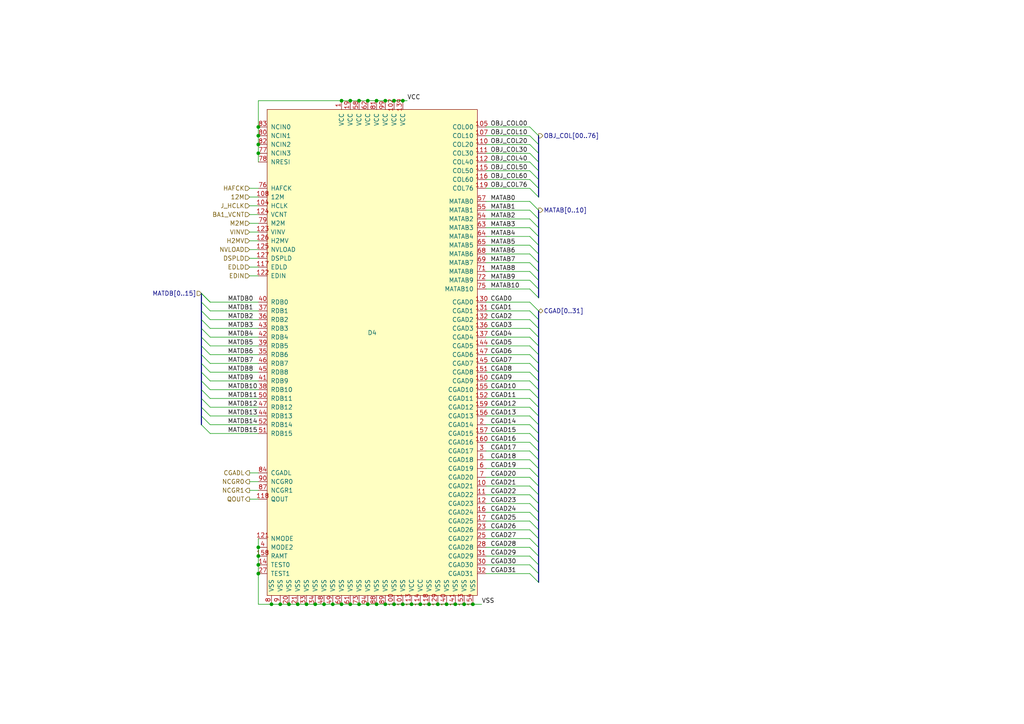
<source format=kicad_sch>
(kicad_sch (version 20211123) (generator eeschema)
  (paper "A4")
  (title_block (date "2022-03-10") (rev "José Tejada") (company "JOTEGO") (comment 1 "PCB donated by Atrac17 & DJHardRich") (comment 2 "JOTEGO") (comment 3 "https://www.paypal.com/paypalme/topapate") (comment 4 "https://www.patreon.com/topapate"))
  (lib_symbols
    (symbol "data_east:MXC_06" (pin_names (offset 1.016))
      (property "Reference" "U" (at 0 2.54 0))
      (property "Value" "data_east_MXC_06" (at 0 0 0))
      (symbol "MXC_06_1_1"
        (rectangle (start -30.48 67.31) (end 30.48 -73.66) (fill (type background)))
        (pin power_in line (at -8.89 69.85 270) (length 2.54) (name "VCC") (number "1"))
        (pin bidirectional line (at 33.02 -41.91 180) (length 2.54) (name "CGAD21") (number "10"))
        (pin power_in line (at 6.35 -76.2 90) (length 2.54) (name "VSS") (number "100"))
        (pin power_in line (at 8.89 -76.2 90) (length 2.54) (name "VSS") (number "101"))
        (pin power_in line (at 6.35 69.85 270) (length 2.54) (name "VCC") (number "102"))
        (pin input line (at -33.02 39.37 0) (length 2.54) (name "HCLK") (number "104"))
        (pin output line (at 33.02 62.23 180) (length 2.54) (name "COL00") (number "105"))
        (pin output line (at 33.02 59.69 180) (length 2.54) (name "COL10") (number "107"))
        (pin input line (at -33.02 41.91 0) (length 2.54) (name "12M") (number "108"))
        (pin bidirectional line (at 33.02 -44.45 180) (length 2.54) (name "CGAD22") (number "11"))
        (pin output line (at 33.02 57.15 180) (length 2.54) (name "COL20") (number "110"))
        (pin output line (at 33.02 54.61 180) (length 2.54) (name "COL30") (number "111"))
        (pin output line (at 33.02 52.07 180) (length 2.54) (name "COL40") (number "112"))
        (pin power_in line (at 11.43 -76.2 90) (length 2.54) (name "VCC") (number "113"))
        (pin power_in line (at 13.97 -76.2 90) (length 2.54) (name "VCC") (number "114"))
        (pin output line (at 33.02 49.53 180) (length 2.54) (name "COL50") (number "115"))
        (pin output line (at 33.02 46.99 180) (length 2.54) (name "COL60") (number "116"))
        (pin input line (at -33.02 21.59 0) (length 2.54) (name "EDLD") (number "117"))
        (pin output line (at -33.02 -45.72 0) (length 2.54) (name "QOUT") (number "118"))
        (pin power_in line (at 16.51 -76.2 90) (length 2.54) (name "VSS") (number "118"))
        (pin output line (at 33.02 44.45 180) (length 2.54) (name "COL76") (number "119"))
        (pin bidirectional line (at 33.02 -46.99 180) (length 2.54) (name "CGAD23") (number "12"))
        (pin input line (at -33.02 -57.15 0) (length 2.54) (name "NMODE") (number "121"))
        (pin input line (at -33.02 19.05 0) (length 2.54) (name "EDIN") (number "122"))
        (pin input line (at -33.02 31.75 0) (length 2.54) (name "VINV") (number "123"))
        (pin input line (at -33.02 36.83 0) (length 2.54) (name "VCNT") (number "124"))
        (pin input line (at -33.02 26.67 0) (length 2.54) (name "NVLOAD") (number "125"))
        (pin input line (at -33.02 29.21 0) (length 2.54) (name "H2MV") (number "126"))
        (pin input line (at -33.02 24.13 0) (length 2.54) (name "DSPLD") (number "127"))
        (pin power_in line (at 19.05 -76.2 90) (length 2.54) (name "VSS") (number "129"))
        (pin bidirectional line (at 33.02 11.43 180) (length 2.54) (name "CGAD0") (number "130"))
        (pin bidirectional line (at 33.02 8.89 180) (length 2.54) (name "CGAD1") (number "131"))
        (pin bidirectional line (at 33.02 6.35 180) (length 2.54) (name "CGAD2") (number "132"))
        (pin bidirectional line (at 33.02 3.81 180) (length 2.54) (name "CGAD3") (number "136"))
        (pin bidirectional line (at 33.02 1.27 180) (length 2.54) (name "CGAD4") (number "137"))
        (pin power_in line (at 8.89 69.85 270) (length 2.54) (name "VCC") (number "139"))
        (pin input line (at -33.02 -64.77 0) (length 2.54) (name "TEST0") (number "14"))
        (pin power_in line (at 21.59 -76.2 90) (length 2.54) (name "VSS") (number "140"))
        (pin power_in line (at 24.13 -76.2 90) (length 2.54) (name "VSS") (number "141"))
        (pin bidirectional line (at 33.02 -1.27 180) (length 2.54) (name "CGAD5") (number "144"))
        (pin bidirectional line (at 33.02 -6.35 180) (length 2.54) (name "CGAD7") (number "145"))
        (pin bidirectional line (at 33.02 -3.81 180) (length 2.54) (name "CGAD6") (number "147"))
        (pin bidirectional line (at 33.02 -11.43 180) (length 2.54) (name "CGAD9") (number "150"))
        (pin bidirectional line (at 33.02 -8.89 180) (length 2.54) (name "CGAD8") (number "151"))
        (pin bidirectional line (at 33.02 -16.51 180) (length 2.54) (name "CGAD11") (number "152"))
        (pin power_in line (at 26.67 -76.2 90) (length 2.54) (name "VSS") (number "153"))
        (pin power_in line (at 29.21 -76.2 90) (length 2.54) (name "VSS") (number "154"))
        (pin bidirectional line (at 33.02 -13.97 180) (length 2.54) (name "CGAD10") (number "155"))
        (pin bidirectional line (at 33.02 -21.59 180) (length 2.54) (name "CGAD13") (number "156"))
        (pin bidirectional line (at 33.02 -26.67 180) (length 2.54) (name "CGAD15") (number "157"))
        (pin input line (at -33.02 -62.23 0) (length 2.54) (name "RAMT") (number "158"))
        (pin bidirectional line (at 33.02 -19.05 180) (length 2.54) (name "CGAD12") (number "159"))
        (pin bidirectional line (at 33.02 -49.53 180) (length 2.54) (name "CGAD24") (number "16"))
        (pin bidirectional line (at 33.02 -29.21 180) (length 2.54) (name "CGAD16") (number "160"))
        (pin bidirectional line (at 33.02 -52.07 180) (length 2.54) (name "CGAD25") (number "17"))
        (pin power_in line (at -6.35 69.85 270) (length 2.54) (name "VCC") (number "19"))
        (pin bidirectional line (at 33.02 -24.13 180) (length 2.54) (name "CGAD14") (number "2"))
        (pin power_in line (at -24.13 -76.2 90) (length 2.54) (name "VSS") (number "20"))
        (pin power_in line (at -21.59 -76.2 90) (length 2.54) (name "VSS") (number "21"))
        (pin bidirectional line (at 33.02 -54.61 180) (length 2.54) (name "CGAD26") (number "23"))
        (pin bidirectional line (at 33.02 -57.15 180) (length 2.54) (name "CGAD27") (number "25"))
        (pin input line (at -33.02 -67.31 0) (length 2.54) (name "TEST1") (number "27"))
        (pin bidirectional line (at 33.02 -59.69 180) (length 2.54) (name "CGAD28") (number "28"))
        (pin bidirectional line (at 33.02 -31.75 180) (length 2.54) (name "CGAD17") (number "3"))
        (pin bidirectional line (at 33.02 -64.77 180) (length 2.54) (name "CGAD30") (number "30"))
        (pin bidirectional line (at 33.02 -62.23 180) (length 2.54) (name "CGAD29") (number "31"))
        (pin bidirectional line (at 33.02 -67.31 180) (length 2.54) (name "CGAD31") (number "32"))
        (pin power_in line (at -19.05 -76.2 90) (length 2.54) (name "VSS") (number "33"))
        (pin power_in line (at -16.51 -76.2 90) (length 2.54) (name "VSS") (number "34"))
        (pin input line (at -33.02 -3.81 0) (length 2.54) (name "RDB6") (number "35"))
        (pin input line (at -33.02 6.35 0) (length 2.54) (name "RDB2") (number "36"))
        (pin input line (at -33.02 8.89 0) (length 2.54) (name "RDB1") (number "37"))
        (pin input line (at -33.02 -13.97 0) (length 2.54) (name "RDB10") (number "38"))
        (pin input line (at -33.02 -1.27 0) (length 2.54) (name "RDB5") (number "39"))
        (pin input line (at -33.02 -59.69 0) (length 2.54) (name "MODE2") (number "4"))
        (pin input line (at -33.02 11.43 0) (length 2.54) (name "RDB0") (number "40"))
        (pin input line (at -33.02 -11.43 0) (length 2.54) (name "RDB9") (number "41"))
        (pin input line (at -33.02 1.27 0) (length 2.54) (name "RDB4") (number "42"))
        (pin input line (at -33.02 3.81 0) (length 2.54) (name "RDB3") (number "43"))
        (pin input line (at -33.02 -21.59 0) (length 2.54) (name "RDB13") (number "44"))
        (pin input line (at -33.02 -8.89 0) (length 2.54) (name "RDB8") (number "45"))
        (pin input line (at -33.02 -6.35 0) (length 2.54) (name "RDB7") (number "46"))
        (pin input line (at -33.02 -19.05 0) (length 2.54) (name "RDB12") (number "47"))
        (pin power_in line (at -13.97 -76.2 90) (length 2.54) (name "VSS") (number "48"))
        (pin power_in line (at -11.43 -76.2 90) (length 2.54) (name "VSS") (number "49"))
        (pin bidirectional line (at 33.02 -34.29 180) (length 2.54) (name "CGAD18") (number "5"))
        (pin input line (at -33.02 -16.51 0) (length 2.54) (name "RDB11") (number "50"))
        (pin input line (at -33.02 -26.67 0) (length 2.54) (name "RDB15") (number "51"))
        (pin input line (at -33.02 -24.13 0) (length 2.54) (name "RDB14") (number "52"))
        (pin output line (at 33.02 35.56 180) (length 2.54) (name "MATAB2") (number "54"))
        (pin output line (at 33.02 38.1 180) (length 2.54) (name "MATAB1") (number "55"))
        (pin output line (at 33.02 40.64 180) (length 2.54) (name "MATAB0") (number "57"))
        (pin power_in line (at -3.81 69.85 270) (length 2.54) (name "VCC") (number "58"))
        (pin bidirectional line (at 33.02 -36.83 180) (length 2.54) (name "CGAD19") (number "6"))
        (pin power_in line (at -8.89 -76.2 90) (length 2.54) (name "VSS") (number "60"))
        (pin power_in line (at -6.35 -76.2 90) (length 2.54) (name "VSS") (number "61"))
        (pin power_in line (at -1.27 69.85 270) (length 2.54) (name "VCC") (number "62"))
        (pin output line (at 33.02 33.02 180) (length 2.54) (name "MATAB3") (number "63"))
        (pin output line (at 33.02 30.48 180) (length 2.54) (name "MATAB4") (number "64"))
        (pin output line (at 33.02 27.94 180) (length 2.54) (name "MATAB5") (number "65"))
        (pin output line (at 33.02 25.4 180) (length 2.54) (name "MATAB6") (number "68"))
        (pin output line (at 33.02 22.86 180) (length 2.54) (name "MATAB7") (number "69"))
        (pin bidirectional line (at 33.02 -39.37 180) (length 2.54) (name "CGAD20") (number "7"))
        (pin output line (at 33.02 20.32 180) (length 2.54) (name "MATAB8") (number "71"))
        (pin output line (at 33.02 17.78 180) (length 2.54) (name "MATAB9") (number "72"))
        (pin power_in line (at -3.81 -76.2 90) (length 2.54) (name "VSS") (number "73"))
        (pin output line (at 33.02 15.24 180) (length 2.54) (name "MATAB10") (number "75"))
        (pin input line (at -33.02 44.45 0) (length 2.54) (name "HAFCK") (number "76"))
        (pin input line (at -33.02 54.61 0) (length 2.54) (name "NCIN3") (number "77"))
        (pin input line (at -33.02 52.07 0) (length 2.54) (name "NRESI") (number "78"))
        (pin input line (at -33.02 34.29 0) (length 2.54) (name "M2M") (number "79"))
        (pin power_in line (at -29.21 -76.2 90) (length 2.54) (name "VSS") (number "8"))
        (pin input line (at -33.02 59.69 0) (length 2.54) (name "NCIN1") (number "80"))
        (pin power_in line (at 1.27 69.85 270) (length 2.54) (name "VCC") (number "81"))
        (pin input line (at -33.02 57.15 0) (length 2.54) (name "NCIN2") (number "82"))
        (pin input line (at -33.02 62.23 0) (length 2.54) (name "NCIN0") (number "83"))
        (pin output line (at -33.02 -38.1 0) (length 2.54) (name "CGADL") (number "84"))
        (pin output line (at -33.02 -43.18 0) (length 2.54) (name "NCGR1") (number "87"))
        (pin power_in line (at 1.27 -76.2 90) (length 2.54) (name "VSS") (number "88"))
        (pin power_in line (at 3.81 -76.2 90) (length 2.54) (name "VSS") (number "89"))
        (pin power_in line (at -26.67 -76.2 90) (length 2.54) (name "VSS") (number "9"))
        (pin output line (at -33.02 -40.64 0) (length 2.54) (name "NCGR0") (number "90"))
        (pin power_in line (at -1.27 -76.2 90) (length 2.54) (name "VSS") (number "94"))
        (pin power_in line (at 3.81 69.85 270) (length 2.54) (name "VCC") (number "99"))
      )
    )
  )
  (junction (at 111.76 175.26))
  (junction (at 106.68 29.21))
  (junction (at 74.93 44.45))
  (junction (at 109.22 29.21))
  (junction (at 86.36 175.26))
  (junction (at 106.68 175.26))
  (junction (at 74.93 161.29))
  (junction (at 119.38 175.26))
  (junction (at 124.46 175.26))
  (junction (at 111.76 29.21))
  (junction (at 78.74 175.26))
  (junction (at 83.82 175.26))
  (junction (at 74.93 39.37))
  (junction (at 74.93 36.83))
  (junction (at 132.08 175.26))
  (junction (at 74.93 41.91))
  (junction (at 109.22 175.26))
  (junction (at 104.14 175.26))
  (junction (at 127 175.26))
  (junction (at 81.28 175.26))
  (junction (at 137.16 175.26))
  (junction (at 116.84 29.21))
  (junction (at 91.44 175.26))
  (junction (at 99.06 175.26))
  (junction (at 93.98 175.26))
  (junction (at 104.14 29.21))
  (junction (at 74.93 166.37))
  (junction (at 134.62 175.26))
  (junction (at 114.3 29.21))
  (junction (at 88.9 175.26))
  (junction (at 74.93 163.83))
  (junction (at 121.92 175.26))
  (junction (at 101.6 175.26))
  (junction (at 116.84 175.26))
  (junction (at 74.93 158.75))
  (junction (at 114.3 175.26))
  (junction (at 99.06 29.21))
  (junction (at 96.52 175.26))
  (junction (at 129.54 175.26))
  (junction (at 101.6 29.21))
  (bus_entry (at 58.42 100.33) (size 2.54 2.54))
  (bus_entry (at 153.67 66.04) (size 2.54 2.54))
  (bus_entry (at 153.67 120.65) (size 2.54 2.54))
  (bus_entry (at 153.67 140.97) (size 2.54 2.54))
  (bus_entry (at 153.67 107.95) (size 2.54 2.54))
  (bus_entry (at 58.42 102.87) (size 2.54 2.54))
  (bus_entry (at 58.42 85.09) (size 2.54 2.54))
  (bus_entry (at 58.42 95.25) (size 2.54 2.54))
  (bus_entry (at 153.67 76.2) (size 2.54 2.54))
  (bus_entry (at 153.67 138.43) (size 2.54 2.54))
  (bus_entry (at 153.67 39.37) (size 2.54 2.54))
  (bus_entry (at 153.67 102.87) (size 2.54 2.54))
  (bus_entry (at 58.42 107.95) (size 2.54 2.54))
  (bus_entry (at 153.67 156.21) (size 2.54 2.54))
  (bus_entry (at 153.67 78.74) (size 2.54 2.54))
  (bus_entry (at 153.67 92.71) (size 2.54 2.54))
  (bus_entry (at 153.67 58.42) (size 2.54 2.54))
  (bus_entry (at 153.67 123.19) (size 2.54 2.54))
  (bus_entry (at 58.42 90.17) (size 2.54 2.54))
  (bus_entry (at 153.67 166.37) (size 2.54 2.54))
  (bus_entry (at 58.42 87.63) (size 2.54 2.54))
  (bus_entry (at 153.67 128.27) (size 2.54 2.54))
  (bus_entry (at 153.67 87.63) (size 2.54 2.54))
  (bus_entry (at 153.67 163.83) (size 2.54 2.54))
  (bus_entry (at 153.67 105.41) (size 2.54 2.54))
  (bus_entry (at 153.67 73.66) (size 2.54 2.54))
  (bus_entry (at 153.67 36.83) (size 2.54 2.54))
  (bus_entry (at 153.67 125.73) (size 2.54 2.54))
  (bus_entry (at 153.67 83.82) (size 2.54 2.54))
  (bus_entry (at 153.67 90.17) (size 2.54 2.54))
  (bus_entry (at 153.67 60.96) (size 2.54 2.54))
  (bus_entry (at 153.67 46.99) (size 2.54 2.54))
  (bus_entry (at 153.67 44.45) (size 2.54 2.54))
  (bus_entry (at 153.67 118.11) (size 2.54 2.54))
  (bus_entry (at 153.67 153.67) (size 2.54 2.54))
  (bus_entry (at 153.67 113.03) (size 2.54 2.54))
  (bus_entry (at 153.67 63.5) (size 2.54 2.54))
  (bus_entry (at 153.67 115.57) (size 2.54 2.54))
  (bus_entry (at 153.67 81.28) (size 2.54 2.54))
  (bus_entry (at 153.67 52.07) (size 2.54 2.54))
  (bus_entry (at 153.67 71.12) (size 2.54 2.54))
  (bus_entry (at 153.67 130.81) (size 2.54 2.54))
  (bus_entry (at 153.67 143.51) (size 2.54 2.54))
  (bus_entry (at 153.67 41.91) (size 2.54 2.54))
  (bus_entry (at 58.42 110.49) (size 2.54 2.54))
  (bus_entry (at 58.42 105.41) (size 2.54 2.54))
  (bus_entry (at 153.67 110.49) (size 2.54 2.54))
  (bus_entry (at 153.67 95.25) (size 2.54 2.54))
  (bus_entry (at 153.67 97.79) (size 2.54 2.54))
  (bus_entry (at 153.67 49.53) (size 2.54 2.54))
  (bus_entry (at 153.67 100.33) (size 2.54 2.54))
  (bus_entry (at 153.67 133.35) (size 2.54 2.54))
  (bus_entry (at 153.67 135.89) (size 2.54 2.54))
  (bus_entry (at 153.67 158.75) (size 2.54 2.54))
  (bus_entry (at 58.42 113.03) (size 2.54 2.54))
  (bus_entry (at 153.67 151.13) (size 2.54 2.54))
  (bus_entry (at 153.67 54.61) (size 2.54 2.54))
  (bus_entry (at 153.67 68.58) (size 2.54 2.54))
  (bus_entry (at 58.42 123.19) (size 2.54 2.54))
  (bus_entry (at 58.42 97.79) (size 2.54 2.54))
  (bus_entry (at 58.42 120.65) (size 2.54 2.54))
  (bus_entry (at 153.67 148.59) (size 2.54 2.54))
  (bus_entry (at 58.42 92.71) (size 2.54 2.54))
  (bus_entry (at 153.67 161.29) (size 2.54 2.54))
  (bus_entry (at 58.42 85.09) (size 2.54 2.54))
  (bus_entry (at 58.42 118.11) (size 2.54 2.54))
  (bus_entry (at 153.67 146.05) (size 2.54 2.54))
  (bus_entry (at 58.42 115.57) (size 2.54 2.54))
  (bus (pts (xy 58.42 95.25) (xy 58.42 97.79)))
  (wire (pts (xy 140.97 44.45) (xy 153.67 44.45)))
  (wire (pts (xy 60.96 125.73) (xy 74.93 125.73)))
  (wire (pts (xy 121.92 175.26) (xy 124.46 175.26)))
  (bus (pts (xy 156.21 60.96) (xy 156.21 63.5)))
  (wire (pts (xy 60.96 105.41) (xy 74.93 105.41)))
  (bus (pts (xy 58.42 105.41) (xy 58.42 107.95)))
  (wire (pts (xy 140.97 138.43) (xy 153.67 138.43)))
  (wire (pts (xy 60.96 110.49) (xy 74.93 110.49)))
  (wire (pts (xy 104.14 175.26) (xy 106.68 175.26)))
  (bus (pts (xy 156.21 156.21) (xy 156.21 158.75)))
  (bus (pts (xy 156.21 153.67) (xy 156.21 156.21)))
  (wire (pts (xy 140.97 133.35) (xy 153.67 133.35)))
  (wire (pts (xy 109.22 175.26) (xy 111.76 175.26)))
  (bus (pts (xy 156.21 115.57) (xy 156.21 118.11)))
  (bus (pts (xy 156.21 118.11) (xy 156.21 120.65)))
  (bus (pts (xy 156.21 41.91) (xy 156.21 44.45)))
  (bus (pts (xy 156.21 138.43) (xy 156.21 140.97)))
  (wire (pts (xy 127 175.26) (xy 129.54 175.26)))
  (bus (pts (xy 156.21 81.28) (xy 156.21 83.82)))
  (wire (pts (xy 74.93 163.83) (xy 74.93 166.37)))
  (wire (pts (xy 60.96 100.33) (xy 74.93 100.33)))
  (wire (pts (xy 140.97 143.51) (xy 153.67 143.51)))
  (wire (pts (xy 140.97 92.71) (xy 153.67 92.71)))
  (wire (pts (xy 140.97 153.67) (xy 153.67 153.67)))
  (wire (pts (xy 111.76 175.26) (xy 114.3 175.26)))
  (wire (pts (xy 124.46 175.26) (xy 127 175.26)))
  (wire (pts (xy 104.14 29.21) (xy 106.68 29.21)))
  (bus (pts (xy 156.21 107.95) (xy 156.21 110.49)))
  (wire (pts (xy 140.97 87.63) (xy 153.67 87.63)))
  (wire (pts (xy 60.96 113.03) (xy 74.93 113.03)))
  (bus (pts (xy 58.42 87.63) (xy 58.42 90.17)))
  (wire (pts (xy 140.97 113.03) (xy 153.67 113.03)))
  (wire (pts (xy 140.97 90.17) (xy 153.67 90.17)))
  (bus (pts (xy 58.42 113.03) (xy 58.42 115.57)))
  (wire (pts (xy 140.97 63.5) (xy 153.67 63.5)))
  (wire (pts (xy 88.9 175.26) (xy 91.44 175.26)))
  (wire (pts (xy 140.97 60.96) (xy 153.67 60.96)))
  (wire (pts (xy 60.96 107.95) (xy 74.93 107.95)))
  (bus (pts (xy 156.21 163.83) (xy 156.21 166.37)))
  (wire (pts (xy 140.97 78.74) (xy 153.67 78.74)))
  (wire (pts (xy 74.93 29.21) (xy 74.93 36.83)))
  (wire (pts (xy 81.28 175.26) (xy 83.82 175.26)))
  (wire (pts (xy 99.06 29.21) (xy 101.6 29.21)))
  (wire (pts (xy 72.39 54.61) (xy 74.93 54.61)))
  (bus (pts (xy 156.21 97.79) (xy 156.21 100.33)))
  (wire (pts (xy 140.97 123.19) (xy 153.67 123.19)))
  (wire (pts (xy 72.39 74.93) (xy 74.93 74.93)))
  (bus (pts (xy 58.42 115.57) (xy 58.42 118.11)))
  (bus (pts (xy 58.42 110.49) (xy 58.42 113.03)))
  (wire (pts (xy 140.97 97.79) (xy 153.67 97.79)))
  (wire (pts (xy 114.3 175.26) (xy 116.84 175.26)))
  (wire (pts (xy 140.97 39.37) (xy 153.67 39.37)))
  (wire (pts (xy 140.97 148.59) (xy 153.67 148.59)))
  (wire (pts (xy 140.97 102.87) (xy 153.67 102.87)))
  (wire (pts (xy 106.68 29.21) (xy 109.22 29.21)))
  (wire (pts (xy 72.39 137.16) (xy 74.93 137.16)))
  (wire (pts (xy 72.39 142.24) (xy 74.93 142.24)))
  (wire (pts (xy 140.97 81.28) (xy 153.67 81.28)))
  (bus (pts (xy 156.21 120.65) (xy 156.21 123.19)))
  (bus (pts (xy 156.21 39.37) (xy 156.21 41.91)))
  (bus (pts (xy 156.21 148.59) (xy 156.21 151.13)))
  (wire (pts (xy 60.96 97.79) (xy 74.93 97.79)))
  (wire (pts (xy 140.97 58.42) (xy 153.67 58.42)))
  (bus (pts (xy 58.42 90.17) (xy 58.42 92.71)))
  (wire (pts (xy 140.97 36.83) (xy 153.67 36.83)))
  (bus (pts (xy 58.42 118.11) (xy 58.42 120.65)))
  (wire (pts (xy 60.96 95.25) (xy 74.93 95.25)))
  (wire (pts (xy 106.68 175.26) (xy 109.22 175.26)))
  (wire (pts (xy 137.16 175.26) (xy 139.7 175.26)))
  (bus (pts (xy 156.21 46.99) (xy 156.21 49.53)))
  (wire (pts (xy 74.93 156.21) (xy 74.93 158.75)))
  (wire (pts (xy 129.54 175.26) (xy 132.08 175.26)))
  (bus (pts (xy 156.21 128.27) (xy 156.21 130.81)))
  (bus (pts (xy 156.21 166.37) (xy 156.21 168.91)))
  (wire (pts (xy 60.96 118.11) (xy 74.93 118.11)))
  (wire (pts (xy 140.97 161.29) (xy 153.67 161.29)))
  (bus (pts (xy 156.21 133.35) (xy 156.21 135.89)))
  (bus (pts (xy 156.21 76.2) (xy 156.21 78.74)))
  (bus (pts (xy 156.21 54.61) (xy 156.21 57.15)))
  (bus (pts (xy 156.21 123.19) (xy 156.21 125.73)))
  (bus (pts (xy 156.21 105.41) (xy 156.21 107.95)))
  (bus (pts (xy 58.42 100.33) (xy 58.42 102.87)))
  (wire (pts (xy 140.97 120.65) (xy 153.67 120.65)))
  (wire (pts (xy 140.97 66.04) (xy 153.67 66.04)))
  (bus (pts (xy 58.42 107.95) (xy 58.42 110.49)))
  (wire (pts (xy 109.22 29.21) (xy 111.76 29.21)))
  (bus (pts (xy 156.21 83.82) (xy 156.21 86.36)))
  (wire (pts (xy 86.36 175.26) (xy 88.9 175.26)))
  (wire (pts (xy 140.97 146.05) (xy 153.67 146.05)))
  (wire (pts (xy 140.97 46.99) (xy 153.67 46.99)))
  (wire (pts (xy 116.84 175.26) (xy 119.38 175.26)))
  (wire (pts (xy 74.93 161.29) (xy 74.93 163.83)))
  (wire (pts (xy 101.6 175.26) (xy 104.14 175.26)))
  (wire (pts (xy 140.97 54.61) (xy 153.67 54.61)))
  (wire (pts (xy 74.93 44.45) (xy 74.93 46.99)))
  (wire (pts (xy 93.98 175.26) (xy 96.52 175.26)))
  (wire (pts (xy 140.97 105.41) (xy 153.67 105.41)))
  (wire (pts (xy 72.39 69.85) (xy 74.93 69.85)))
  (bus (pts (xy 58.42 92.71) (xy 58.42 95.25)))
  (wire (pts (xy 74.93 175.26) (xy 78.74 175.26)))
  (bus (pts (xy 156.21 100.33) (xy 156.21 102.87)))
  (wire (pts (xy 72.39 77.47) (xy 74.93 77.47)))
  (wire (pts (xy 74.93 41.91) (xy 74.93 44.45)))
  (wire (pts (xy 140.97 163.83) (xy 153.67 163.83)))
  (wire (pts (xy 140.97 151.13) (xy 153.67 151.13)))
  (wire (pts (xy 72.39 67.31) (xy 74.93 67.31)))
  (wire (pts (xy 72.39 59.69) (xy 74.93 59.69)))
  (wire (pts (xy 60.96 115.57) (xy 74.93 115.57)))
  (bus (pts (xy 156.21 95.25) (xy 156.21 97.79)))
  (wire (pts (xy 78.74 175.26) (xy 81.28 175.26)))
  (wire (pts (xy 60.96 90.17) (xy 74.93 90.17)))
  (wire (pts (xy 74.93 158.75) (xy 74.93 161.29)))
  (bus (pts (xy 156.21 52.07) (xy 156.21 54.61)))
  (wire (pts (xy 60.96 120.65) (xy 74.93 120.65)))
  (wire (pts (xy 140.97 49.53) (xy 153.67 49.53)))
  (wire (pts (xy 72.39 139.7) (xy 74.93 139.7)))
  (wire (pts (xy 140.97 130.81) (xy 153.67 130.81)))
  (wire (pts (xy 140.97 125.73) (xy 153.67 125.73)))
  (bus (pts (xy 156.21 135.89) (xy 156.21 138.43)))
  (wire (pts (xy 74.93 39.37) (xy 74.93 41.91)))
  (wire (pts (xy 140.97 100.33) (xy 153.67 100.33)))
  (wire (pts (xy 72.39 144.78) (xy 74.93 144.78)))
  (wire (pts (xy 140.97 166.37) (xy 153.67 166.37)))
  (wire (pts (xy 74.93 166.37) (xy 74.93 175.26)))
  (wire (pts (xy 140.97 156.21) (xy 153.67 156.21)))
  (wire (pts (xy 140.97 158.75) (xy 153.67 158.75)))
  (wire (pts (xy 140.97 41.91) (xy 153.67 41.91)))
  (wire (pts (xy 99.06 175.26) (xy 101.6 175.26)))
  (bus (pts (xy 156.21 73.66) (xy 156.21 76.2)))
  (wire (pts (xy 72.39 80.01) (xy 74.93 80.01)))
  (bus (pts (xy 58.42 120.65) (xy 58.42 123.19)))
  (wire (pts (xy 72.39 72.39) (xy 74.93 72.39)))
  (wire (pts (xy 140.97 73.66) (xy 153.67 73.66)))
  (bus (pts (xy 156.21 140.97) (xy 156.21 143.51)))
  (bus (pts (xy 156.21 125.73) (xy 156.21 128.27)))
  (wire (pts (xy 140.97 118.11) (xy 153.67 118.11)))
  (bus (pts (xy 156.21 68.58) (xy 156.21 71.12)))
  (wire (pts (xy 134.62 175.26) (xy 137.16 175.26)))
  (bus (pts (xy 156.21 92.71) (xy 156.21 95.25)))
  (wire (pts (xy 119.38 175.26) (xy 121.92 175.26)))
  (bus (pts (xy 156.21 44.45) (xy 156.21 46.99)))
  (wire (pts (xy 101.6 29.21) (xy 104.14 29.21)))
  (bus (pts (xy 58.42 85.09) (xy 58.42 87.63)))
  (wire (pts (xy 60.96 87.63) (xy 74.93 87.63)))
  (wire (pts (xy 74.93 36.83) (xy 74.93 39.37)))
  (wire (pts (xy 140.97 71.12) (xy 153.67 71.12)))
  (bus (pts (xy 58.42 102.87) (xy 58.42 105.41)))
  (bus (pts (xy 156.21 66.04) (xy 156.21 68.58)))
  (bus (pts (xy 156.21 78.74) (xy 156.21 81.28)))
  (wire (pts (xy 83.82 175.26) (xy 86.36 175.26)))
  (wire (pts (xy 132.08 175.26) (xy 134.62 175.26)))
  (wire (pts (xy 72.39 62.23) (xy 74.93 62.23)))
  (wire (pts (xy 140.97 68.58) (xy 153.67 68.58)))
  (wire (pts (xy 116.84 29.21) (xy 118.11 29.21)))
  (wire (pts (xy 60.96 123.19) (xy 74.93 123.19)))
  (bus (pts (xy 156.21 63.5) (xy 156.21 66.04)))
  (wire (pts (xy 140.97 115.57) (xy 153.67 115.57)))
  (wire (pts (xy 111.76 29.21) (xy 114.3 29.21)))
  (wire (pts (xy 140.97 107.95) (xy 153.67 107.95)))
  (wire (pts (xy 72.39 64.77) (xy 74.93 64.77)))
  (bus (pts (xy 156.21 161.29) (xy 156.21 163.83)))
  (wire (pts (xy 60.96 102.87) (xy 74.93 102.87)))
  (bus (pts (xy 156.21 143.51) (xy 156.21 146.05)))
  (wire (pts (xy 140.97 83.82) (xy 153.67 83.82)))
  (bus (pts (xy 58.42 97.79) (xy 58.42 100.33)))
  (wire (pts (xy 140.97 140.97) (xy 153.67 140.97)))
  (wire (pts (xy 91.44 175.26) (xy 93.98 175.26)))
  (wire (pts (xy 140.97 135.89) (xy 153.67 135.89)))
  (wire (pts (xy 96.52 175.26) (xy 99.06 175.26)))
  (bus (pts (xy 156.21 146.05) (xy 156.21 148.59)))
  (wire (pts (xy 140.97 76.2) (xy 153.67 76.2)))
  (bus (pts (xy 156.21 49.53) (xy 156.21 52.07)))
  (bus (pts (xy 156.21 158.75) (xy 156.21 161.29)))
  (bus (pts (xy 156.21 71.12) (xy 156.21 73.66)))
  (bus (pts (xy 156.21 113.03) (xy 156.21 115.57)))
  (bus (pts (xy 156.21 130.81) (xy 156.21 133.35)))
  (bus (pts (xy 156.21 151.13) (xy 156.21 153.67)))
  (wire (pts (xy 72.39 57.15) (xy 74.93 57.15)))
  (wire (pts (xy 114.3 29.21) (xy 116.84 29.21)))
  (wire (pts (xy 140.97 95.25) (xy 153.67 95.25)))
  (wire (pts (xy 99.06 29.21) (xy 74.93 29.21)))
  (bus (pts (xy 156.21 102.87) (xy 156.21 105.41)))
  (bus (pts (xy 156.21 90.17) (xy 156.21 92.71)))
  (wire (pts (xy 60.96 92.71) (xy 74.93 92.71)))
  (wire (pts (xy 140.97 128.27) (xy 153.67 128.27)))
  (wire (pts (xy 140.97 110.49) (xy 153.67 110.49)))
  (bus (pts (xy 156.21 110.49) (xy 156.21 113.03)))
  (wire (pts (xy 140.97 52.07) (xy 153.67 52.07)))
  (label "MATDB2" (at 66.04 92.71 0))
  (label "MATDB9" (at 66.04 110.49 0))
  (label "MATDB7" (at 66.04 105.41 0))
  (label "CGAD30" (at 142.24 163.83 0))
  (label "MATDB14" (at 66.04 123.19 0))
  (label "CGAD4" (at 142.24 97.79 0))
  (label "OBJ_COL50" (at 142.24 49.53 0))
  (label "MATDB10" (at 66.04 113.03 0))
  (label "CGAD7" (at 142.24 105.41 0))
  (label "MATAB6" (at 142.24 73.66 0))
  (label "CGAD15" (at 142.24 125.73 0))
  (label "CGAD0" (at 142.24 87.63 0))
  (label "MATDB12" (at 66.04 118.11 0))
  (label "MATDB11" (at 66.04 115.57 0))
  (label "MATDB5" (at 66.04 100.33 0))
  (label "CGAD19" (at 142.24 135.89 0))
  (label "CGAD28" (at 142.24 158.75 0))
  (label "OBJ_COL20" (at 142.24 41.91 0))
  (label "MATDB1" (at 66.04 90.17 0))
  (label "MATDB13" (at 66.04 120.65 0))
  (label "CGAD20" (at 142.24 138.43 0))
  (label "MATAB1" (at 142.24 60.96 0))
  (label "CGAD26" (at 142.24 153.67 0))
  (label "CGAD3" (at 142.24 95.25 0))
  (label "MATAB3" (at 142.24 66.04 0))
  (label "MATAB8" (at 142.24 78.74 0))
  (label "CGAD2" (at 142.24 92.71 0))
  (label "CGAD27" (at 142.24 156.21 0))
  (label "MATAB7" (at 142.24 76.2 0))
  (label "OBJ_COL30" (at 142.24 44.45 0))
  (label "MATAB5" (at 142.24 71.12 0))
  (label "VSS" (at 139.7 175.26 0))
  (label "CGAD31" (at 142.24 166.37 0))
  (label "CGAD5" (at 142.24 100.33 0))
  (label "MATAB10" (at 142.24 83.82 0))
  (label "MATDB0" (at 66.04 87.63 0))
  (label "CGAD13" (at 142.24 120.65 0))
  (label "MATDB8" (at 66.04 107.95 0))
  (label "MATAB2" (at 142.24 63.5 0))
  (label "MATDB4" (at 66.04 97.79 0))
  (label "OBJ_COL76" (at 142.24 54.61 0))
  (label "OBJ_COL10" (at 142.24 39.37 0))
  (label "CGAD12" (at 142.24 118.11 0))
  (label "CGAD10" (at 142.24 113.03 0))
  (label "CGAD17" (at 142.24 130.81 0))
  (label "MATDB3" (at 66.04 95.25 0))
  (label "OBJ_COL60" (at 142.24 52.07 0))
  (label "CGAD8" (at 142.24 107.95 0))
  (label "MATAB4" (at 142.24 68.58 0))
  (label "MATAB9" (at 142.24 81.28 0))
  (label "MATDB15" (at 66.04 125.73 0))
  (label "MATAB0" (at 142.24 58.42 0))
  (label "OBJ_COL00" (at 142.24 36.83 0))
  (label "CGAD14" (at 142.24 123.19 0))
  (label "CGAD23" (at 142.24 146.05 0))
  (label "CGAD29" (at 142.24 161.29 0))
  (label "CGAD24" (at 142.24 148.59 0))
  (label "MATDB6" (at 66.04 102.87 0))
  (label "CGAD25" (at 142.24 151.13 0))
  (label "CGAD1" (at 142.24 90.17 0))
  (label "CGAD22" (at 142.24 143.51 0))
  (label "VCC" (at 118.11 29.21 0))
  (label "CGAD6" (at 142.24 102.87 0))
  (label "CGAD16" (at 142.24 128.27 0))
  (label "CGAD18" (at 142.24 133.35 0))
  (label "OBJ_COL40" (at 142.24 46.99 0))
  (label "CGAD9" (at 142.24 110.49 0))
  (label "CGAD21" (at 142.24 140.97 0))
  (label "CGAD11" (at 142.24 115.57 0))
  (hierarchical_label "H2MV" (shape input) (at 72.39 69.85 180))
  (hierarchical_label "OBJ_COL[00..76]" (shape output) (at 156.21 39.37 0))
  (hierarchical_label "QOUT" (shape output) (at 72.39 144.78 180))
  (hierarchical_label "NCGR0" (shape output) (at 72.39 139.7 180))
  (hierarchical_label "BA1_VCNT" (shape input) (at 72.39 62.23 180))
  (hierarchical_label "J_HCLK" (shape input) (at 72.39 59.69 180))
  (hierarchical_label "EDLD" (shape input) (at 72.39 77.47 180))
  (hierarchical_label "CGAD[0..31]" (shape bidirectional) (at 156.21 90.17 0))
  (hierarchical_label "EDIN" (shape input) (at 72.39 80.01 180))
  (hierarchical_label "CGADL" (shape output) (at 72.39 137.16 180))
  (hierarchical_label "DSPLD" (shape input) (at 72.39 74.93 180))
  (hierarchical_label "NVLOAD" (shape input) (at 72.39 72.39 180))
  (hierarchical_label "12M" (shape input) (at 72.39 57.15 180))
  (hierarchical_label "MATAB[0..10]" (shape output) (at 156.21 60.96 0))
  (hierarchical_label "HAFCK" (shape input) (at 72.39 54.61 180))
  (hierarchical_label "VINV" (shape input) (at 72.39 67.31 180))
  (hierarchical_label "NCGR1" (shape output) (at 72.39 142.24 180))
  (hierarchical_label "M2M" (shape input) (at 72.39 64.77 180))
  (hierarchical_label "MATDB[0..15]" (shape input) (at 58.42 85.09 180))
  (symbol (lib_id "data_east:MXC_06") (at 107.95 99.06 0) (unit 1)
    (property "Reference" "D4" (at 107.95 96.52 0))
  )
)
</source>
